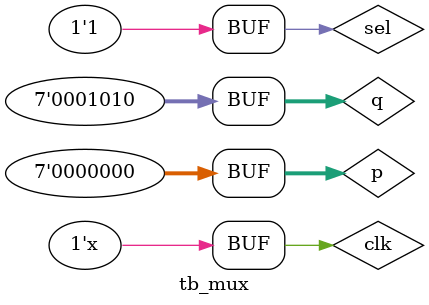
<source format=v>
`timescale 1ns / 1ps


module tb_mux;

	// Inputs
	reg [6:0] p;
	reg [6:0] q;
	reg sel;
	reg clk;

	// Outputs
	wire [6:0] y_out;

	// Instantiate the Unit Under Test (UUT)
	mux uut (
		.p(p), 
		.q(q), 
		.sel(sel), 
		.clk(clk), 
		.y_out(y_out)
	);


	initial clk = 1;
	always #10 clk =~clk;
	
	initial begin
		// Initialize Inputs
		p = 0;
		q = 10;
		sel = 0;

		// Wait 100 ns for global reset to finish
		#100;
      sel = 1;
		// Add stimulus here

	end
      
endmodule


</source>
